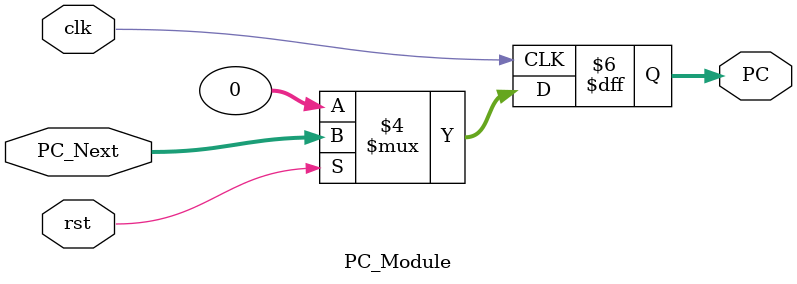
<source format=v>
`timescale 1ns / 1ps


module PC_Module(clk,rst,PC,PC_Next);
    input clk,rst;
    input [31:0]PC_Next;
    output [31:0]PC;
    reg [31:0]PC;

    always @(posedge clk)
    begin
        if(~rst)
            PC <= {32{1'b0}};
        else
            PC <= PC_Next;
    end
endmodule

</source>
